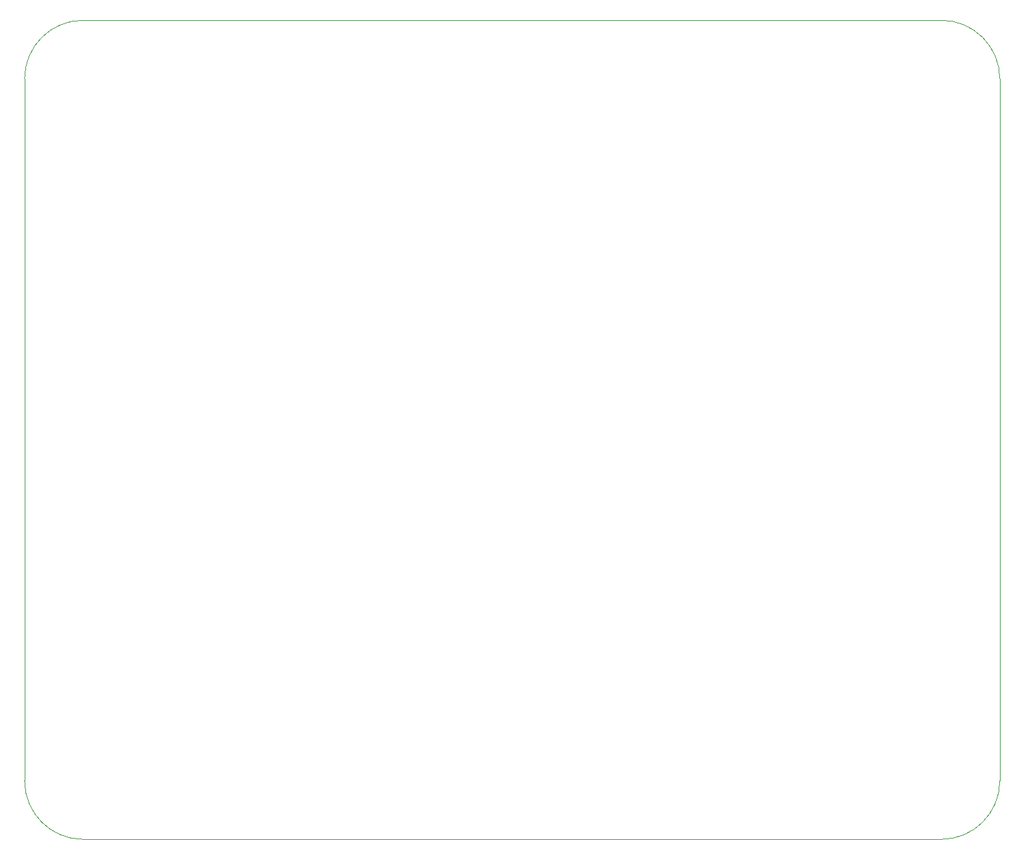
<source format=gm1>
%TF.GenerationSoftware,KiCad,Pcbnew,(5.1.6-0-10_14)*%
%TF.CreationDate,2020-10-14T16:23:59+01:00*%
%TF.ProjectId,scarlet-numpad-v1,73636172-6c65-4742-9d6e-756d7061642d,1*%
%TF.SameCoordinates,Original*%
%TF.FileFunction,Profile,NP*%
%FSLAX46Y46*%
G04 Gerber Fmt 4.6, Leading zero omitted, Abs format (unit mm)*
G04 Created by KiCad (PCBNEW (5.1.6-0-10_14)) date 2020-10-14 16:23:59*
%MOMM*%
%LPD*%
G01*
G04 APERTURE LIST*
%TA.AperFunction,Profile*%
%ADD10C,0.050000*%
%TD*%
G04 APERTURE END LIST*
D10*
X25400000Y-27940000D02*
X25400000Y-119380000D01*
X152400000Y-27940000D02*
X152400000Y-119380000D01*
X33020000Y-127000000D02*
X144780000Y-127000000D01*
X33020000Y-20320000D02*
X144780000Y-20320000D01*
X144780000Y-20320000D02*
G75*
G02*
X152400000Y-27940000I0J-7620000D01*
G01*
X152400000Y-119380000D02*
G75*
G02*
X144780000Y-127000000I-7620000J0D01*
G01*
X33020000Y-127000000D02*
G75*
G02*
X25400000Y-119380000I0J7620000D01*
G01*
X25400000Y-27940000D02*
G75*
G02*
X33020000Y-20320000I7620000J0D01*
G01*
M02*

</source>
